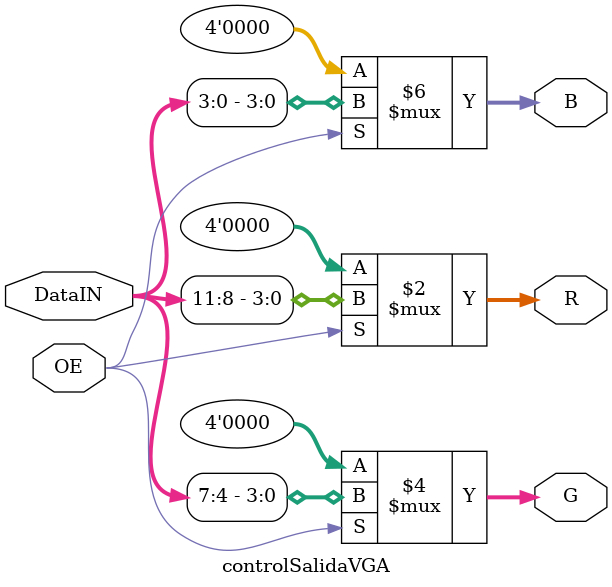
<source format=v>
`timescale 1ns / 1ps
module controlSalidaVGA(
		input [11:0] DataIN,
		input OE,
		output [3:0] R,
		output [3:0] G,
		output [3:0] B
    );

	 assign R = OE ? DataIN[11:8] : 3'b000;
	 assign G = OE ? DataIN[7:4] : 3'b000;
	 assign B = OE ? DataIN[3:0] : 3'b000;
	
endmodule

</source>
